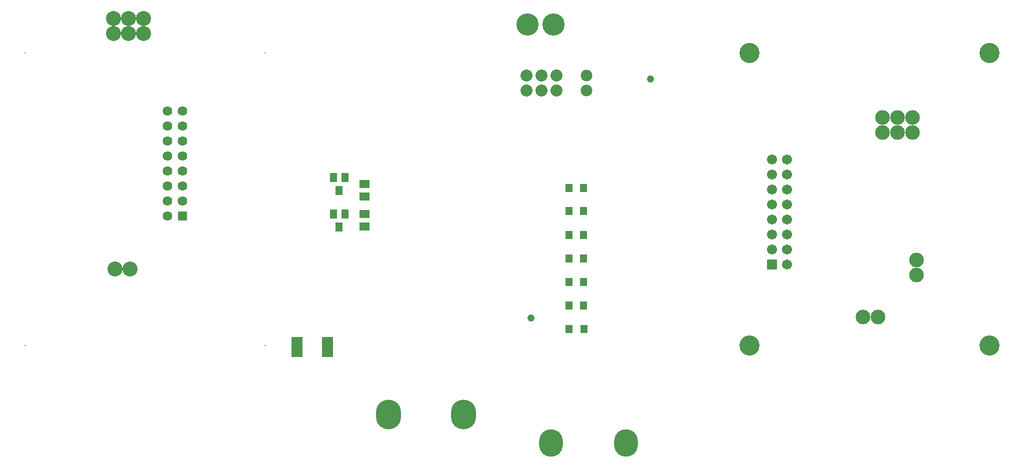
<source format=gts>
G04 Layer_Color=8388736*
%FSLAX24Y24*%
%MOIN*%
G70*
G01*
G75*
%ADD47R,0.0474X0.0631*%
%ADD48R,0.0671X0.0572*%
%ADD49R,0.0781X0.1320*%
%ADD50R,0.0513X0.0572*%
%ADD51C,0.0080*%
%ADD52C,0.0640*%
%ADD53R,0.0640X0.0640*%
%ADD54C,0.1000*%
%ADD55O,0.1680X0.1980*%
%ADD56C,0.1340*%
%ADD57C,0.1480*%
%ADD58O,0.1580X0.1830*%
%ADD59C,0.0671*%
%ADD60R,0.0671X0.0671*%
%ADD61C,0.0980*%
%ADD62C,0.0800*%
%ADD63C,0.0780*%
%ADD64C,0.0480*%
D47*
X-11200Y18500D02*
D03*
X-11574Y19366D02*
D03*
X-10826D02*
D03*
X-11200Y20950D02*
D03*
X-11574Y21816D02*
D03*
X-10826D02*
D03*
D48*
X-9500Y21363D02*
D03*
Y20537D02*
D03*
Y19363D02*
D03*
Y18537D02*
D03*
D49*
X-14029Y10500D02*
D03*
X-11970D02*
D03*
D50*
X5093Y21100D02*
D03*
X4109D02*
D03*
X5098Y17985D02*
D03*
X4113D02*
D03*
X5098Y13261D02*
D03*
X4113D02*
D03*
X5098Y16410D02*
D03*
X4113D02*
D03*
X5098Y14835D02*
D03*
X4113D02*
D03*
X5105Y11686D02*
D03*
X4120D02*
D03*
X5098Y19565D02*
D03*
X4113D02*
D03*
D51*
X-16149Y30115D02*
D03*
X-32149D02*
D03*
Y10615D02*
D03*
X-16149D02*
D03*
D52*
X-22649Y19250D02*
D03*
Y20250D02*
D03*
X-21649D02*
D03*
X-22649Y21250D02*
D03*
X-21649D02*
D03*
X-22649Y22250D02*
D03*
X-21649D02*
D03*
X-22649Y23250D02*
D03*
X-21649D02*
D03*
X-22649Y24250D02*
D03*
X-21649D02*
D03*
X-22649Y25250D02*
D03*
X-21649D02*
D03*
X-22649Y26250D02*
D03*
X-21649D02*
D03*
D53*
Y19250D02*
D03*
D54*
X-25259Y31390D02*
D03*
X-24259D02*
D03*
Y32390D02*
D03*
X-25259D02*
D03*
X-26259D02*
D03*
Y31390D02*
D03*
X-26149Y15700D02*
D03*
X-25149D02*
D03*
D55*
X-2899Y5990D02*
D03*
X-7899D02*
D03*
D56*
X16151Y30117D02*
D03*
X32151D02*
D03*
Y10617D02*
D03*
X16151D02*
D03*
D57*
X1351Y32000D02*
D03*
X3101D02*
D03*
D58*
X2935Y4094D02*
D03*
X7935D02*
D03*
D59*
X18651Y23000D02*
D03*
X17651D02*
D03*
X18651Y22000D02*
D03*
X17651D02*
D03*
X18651Y21000D02*
D03*
X17651D02*
D03*
X18651Y20000D02*
D03*
X17651D02*
D03*
X18651Y19000D02*
D03*
X17651D02*
D03*
X18651Y18000D02*
D03*
X17651D02*
D03*
X18651Y17000D02*
D03*
X17651D02*
D03*
X18651Y16000D02*
D03*
D60*
X17651D02*
D03*
D61*
X27033Y24790D02*
D03*
Y25790D02*
D03*
X26033D02*
D03*
X25033D02*
D03*
Y24790D02*
D03*
X26033D02*
D03*
X27283Y16290D02*
D03*
Y15290D02*
D03*
X24733Y12490D02*
D03*
X23733D02*
D03*
D62*
X3301Y28600D02*
D03*
Y27600D02*
D03*
X2301Y28600D02*
D03*
Y27600D02*
D03*
X1301Y28600D02*
D03*
Y27600D02*
D03*
D63*
X5301Y28600D02*
D03*
Y27600D02*
D03*
D64*
X9551Y28368D02*
D03*
X1600Y12450D02*
D03*
M02*

</source>
